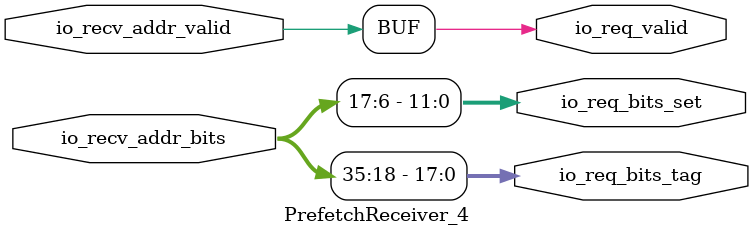
<source format=sv>
`ifndef RANDOMIZE
  `ifdef RANDOMIZE_MEM_INIT
    `define RANDOMIZE
  `endif // RANDOMIZE_MEM_INIT
`endif // not def RANDOMIZE
`ifndef RANDOMIZE
  `ifdef RANDOMIZE_REG_INIT
    `define RANDOMIZE
  `endif // RANDOMIZE_REG_INIT
`endif // not def RANDOMIZE

`ifndef RANDOM
  `define RANDOM $random
`endif // not def RANDOM

// Users can define INIT_RANDOM as general code that gets injected into the
// initializer block for modules with registers.
`ifndef INIT_RANDOM
  `define INIT_RANDOM
`endif // not def INIT_RANDOM

// If using random initialization, you can also define RANDOMIZE_DELAY to
// customize the delay used, otherwise 0.002 is used.
`ifndef RANDOMIZE_DELAY
  `define RANDOMIZE_DELAY 0.002
`endif // not def RANDOMIZE_DELAY

// Define INIT_RANDOM_PROLOG_ for use in our modules below.
`ifndef INIT_RANDOM_PROLOG_
  `ifdef RANDOMIZE
    `ifdef VERILATOR
      `define INIT_RANDOM_PROLOG_ `INIT_RANDOM
    `else  // VERILATOR
      `define INIT_RANDOM_PROLOG_ `INIT_RANDOM #`RANDOMIZE_DELAY begin end
    `endif // VERILATOR
  `else  // RANDOMIZE
    `define INIT_RANDOM_PROLOG_
  `endif // RANDOMIZE
`endif // not def INIT_RANDOM_PROLOG_

// Include register initializers in init blocks unless synthesis is set
`ifndef SYNTHESIS
  `ifndef ENABLE_INITIAL_REG_
    `define ENABLE_INITIAL_REG_
  `endif // not def ENABLE_INITIAL_REG_
`endif // not def SYNTHESIS

// Include rmemory initializers in init blocks unless synthesis is set
`ifndef SYNTHESIS
  `ifndef ENABLE_INITIAL_MEM_
    `define ENABLE_INITIAL_MEM_
  `endif // not def ENABLE_INITIAL_MEM_
`endif // not def SYNTHESIS

module PrefetchReceiver_4(
  output        io_req_valid,
  output [17:0] io_req_bits_tag,
  output [11:0] io_req_bits_set,
  input         io_recv_addr_valid,
  input  [63:0] io_recv_addr_bits
);

  assign io_req_valid = io_recv_addr_valid;
  assign io_req_bits_tag = io_recv_addr_bits[35:18];
  assign io_req_bits_set = io_recv_addr_bits[17:6];
endmodule


</source>
